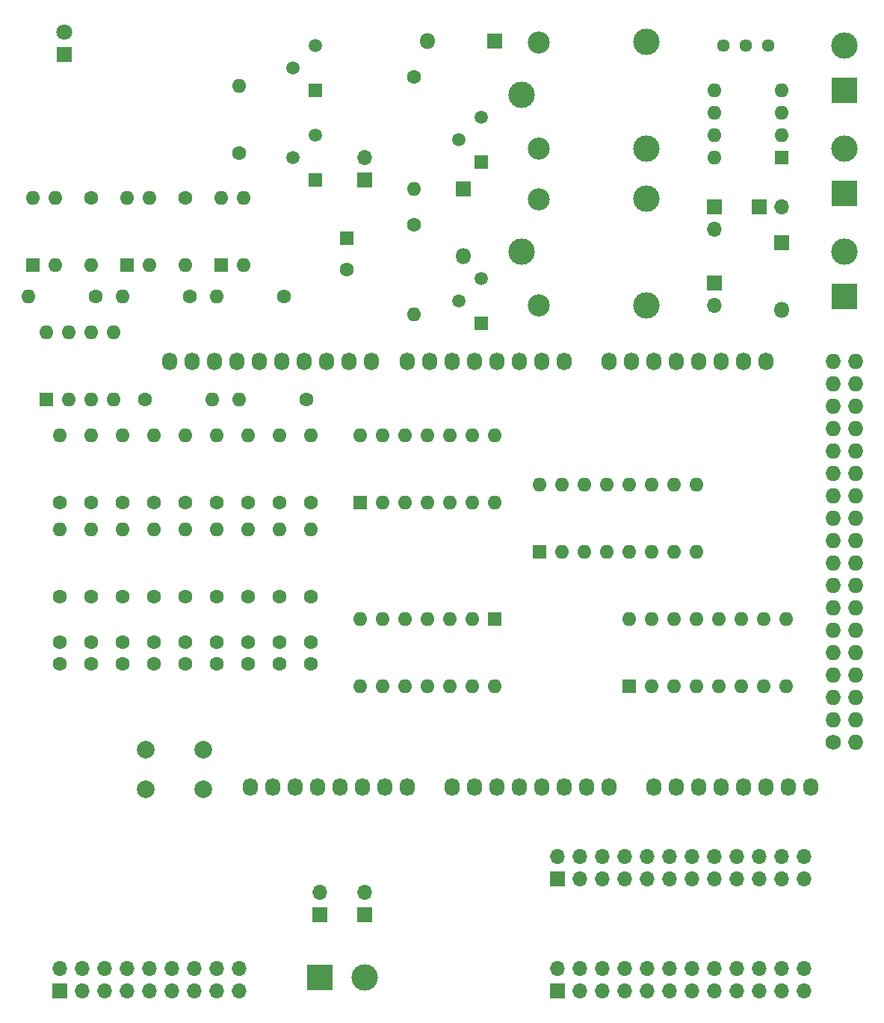
<source format=gbr>
G04 #@! TF.GenerationSoftware,KiCad,Pcbnew,5.1.5+dfsg1-2*
G04 #@! TF.CreationDate,2020-02-03T22:03:11+00:00*
G04 #@! TF.ProjectId,arduino_duo_shield,61726475-696e-46f5-9f64-756f5f736869,rev?*
G04 #@! TF.SameCoordinates,PX6258c20PY7445a00*
G04 #@! TF.FileFunction,Soldermask,Bot*
G04 #@! TF.FilePolarity,Negative*
%FSLAX46Y46*%
G04 Gerber Fmt 4.6, Leading zero omitted, Abs format (unit mm)*
G04 Created by KiCad (PCBNEW 5.1.5+dfsg1-2) date 2020-02-03 22:03:11*
%MOMM*%
%LPD*%
G04 APERTURE LIST*
%ADD10O,1.600000X1.600000*%
%ADD11R,1.600000X1.600000*%
%ADD12C,1.600000*%
%ADD13O,1.700000X1.700000*%
%ADD14R,1.700000X1.700000*%
%ADD15R,1.500000X1.500000*%
%ADD16C,1.500000*%
%ADD17C,3.000000*%
%ADD18R,3.000000X3.000000*%
%ADD19C,1.800000*%
%ADD20R,1.800000X1.800000*%
%ADD21C,2.500000*%
%ADD22C,1.440000*%
%ADD23O,1.800000X1.800000*%
%ADD24C,2.000000*%
%ADD25C,1.727200*%
%ADD26O,1.727200X1.727200*%
%ADD27O,1.727200X2.032000*%
G04 APERTURE END LIST*
D10*
X5080000Y54356000D03*
X12700000Y46736000D03*
X7620000Y54356000D03*
X10160000Y46736000D03*
X10160000Y54356000D03*
X7620000Y46736000D03*
X12700000Y54356000D03*
D11*
X5080000Y46736000D03*
D10*
X26924000Y46736000D03*
D12*
X34544000Y46736000D03*
D10*
X23876000Y46736000D03*
D12*
X16256000Y46736000D03*
D13*
X41148000Y-9144000D03*
D14*
X41148000Y-11684000D03*
D13*
X36068000Y-9144000D03*
D14*
X36068000Y-11684000D03*
D13*
X88392000Y68580000D03*
D14*
X85852000Y68580000D03*
D15*
X54356000Y55372000D03*
D16*
X54356000Y60452000D03*
X51816000Y57912000D03*
D15*
X54356000Y73660000D03*
D16*
X54356000Y78740000D03*
X51816000Y76200000D03*
D15*
X35560000Y81788000D03*
D16*
X35560000Y86868000D03*
X33020000Y84328000D03*
D15*
X35560000Y71628000D03*
D16*
X35560000Y76708000D03*
X33020000Y74168000D03*
D13*
X41148000Y74168000D03*
D14*
X41148000Y71628000D03*
D17*
X95504000Y86868000D03*
D18*
X95504000Y81788000D03*
D10*
X80772000Y74168000D03*
X88392000Y81788000D03*
X80772000Y76708000D03*
X88392000Y79248000D03*
X80772000Y79248000D03*
X88392000Y76708000D03*
X80772000Y81788000D03*
D11*
X88392000Y74168000D03*
D19*
X7112000Y88392000D03*
D20*
X7112000Y85852000D03*
D17*
X58928000Y63500000D03*
D21*
X60878000Y69450000D03*
D17*
X73128000Y69500000D03*
X73078000Y57450000D03*
D21*
X60878000Y57450000D03*
D12*
X39116000Y61524000D03*
D11*
X39116000Y65024000D03*
D10*
X14224000Y69596000D03*
X16764000Y61976000D03*
X16764000Y69596000D03*
D11*
X14224000Y61976000D03*
D10*
X3556000Y69596000D03*
X6096000Y61976000D03*
X6096000Y69596000D03*
D11*
X3556000Y61976000D03*
D10*
X24892000Y69596000D03*
X27432000Y61976000D03*
X27432000Y69596000D03*
D11*
X24892000Y61976000D03*
D22*
X86868000Y86868000D03*
X84328000Y86868000D03*
X81788000Y86868000D03*
D10*
X27940000Y32004000D03*
D12*
X27940000Y24384000D03*
D10*
X27940000Y42672000D03*
D12*
X27940000Y35052000D03*
D10*
X31496000Y32004000D03*
D12*
X31496000Y24384000D03*
D10*
X31496000Y42672000D03*
D12*
X31496000Y35052000D03*
D10*
X20828000Y61976000D03*
D12*
X20828000Y69596000D03*
D10*
X10160000Y61976000D03*
D12*
X10160000Y69596000D03*
D10*
X13716000Y58420000D03*
D12*
X21336000Y58420000D03*
D10*
X46736000Y70612000D03*
D12*
X46736000Y83312000D03*
D10*
X3048000Y58420000D03*
D12*
X10668000Y58420000D03*
D10*
X26924000Y82296000D03*
D12*
X26924000Y74676000D03*
D10*
X35052000Y32004000D03*
D12*
X35052000Y24384000D03*
D10*
X35052000Y42672000D03*
D12*
X35052000Y35052000D03*
D10*
X24384000Y58420000D03*
D12*
X32004000Y58420000D03*
D10*
X6604000Y32004000D03*
D12*
X6604000Y24384000D03*
D10*
X6604000Y42672000D03*
D12*
X6604000Y35052000D03*
D10*
X10160000Y32004000D03*
D12*
X10160000Y24384000D03*
D10*
X10160000Y42672000D03*
D12*
X10160000Y35052000D03*
D10*
X13716000Y32004000D03*
D12*
X13716000Y24384000D03*
D10*
X13716000Y42672000D03*
D12*
X13716000Y35052000D03*
D10*
X17272000Y32004000D03*
D12*
X17272000Y24384000D03*
D10*
X17272000Y42672000D03*
D12*
X17272000Y35052000D03*
D10*
X20828000Y32004000D03*
D12*
X20828000Y24384000D03*
D10*
X20828000Y42672000D03*
D12*
X20828000Y35052000D03*
D10*
X24384000Y32004000D03*
D12*
X24384000Y24384000D03*
D10*
X24384000Y42672000D03*
D12*
X24384000Y35052000D03*
D10*
X46736000Y56388000D03*
D12*
X46736000Y66548000D03*
D17*
X58928000Y81280000D03*
D21*
X60878000Y87230000D03*
D17*
X73128000Y87280000D03*
X73078000Y75230000D03*
D21*
X60878000Y75230000D03*
D13*
X80772000Y66040000D03*
D14*
X80772000Y68580000D03*
D13*
X80772000Y57404000D03*
D14*
X80772000Y59944000D03*
D13*
X90932000Y-17780000D03*
X90932000Y-20320000D03*
X88392000Y-17780000D03*
X88392000Y-20320000D03*
X85852000Y-17780000D03*
X85852000Y-20320000D03*
X83312000Y-17780000D03*
X83312000Y-20320000D03*
X80772000Y-17780000D03*
X80772000Y-20320000D03*
X78232000Y-17780000D03*
X78232000Y-20320000D03*
X75692000Y-17780000D03*
X75692000Y-20320000D03*
X73152000Y-17780000D03*
X73152000Y-20320000D03*
X70612000Y-17780000D03*
X70612000Y-20320000D03*
X68072000Y-17780000D03*
X68072000Y-20320000D03*
X65532000Y-17780000D03*
X65532000Y-20320000D03*
X62992000Y-17780000D03*
D14*
X62992000Y-20320000D03*
D17*
X95504000Y63500000D03*
D18*
X95504000Y58420000D03*
D17*
X95504000Y75184000D03*
D18*
X95504000Y70104000D03*
D13*
X26924000Y-17780000D03*
X26924000Y-20320000D03*
X24384000Y-17780000D03*
X24384000Y-20320000D03*
X21844000Y-17780000D03*
X21844000Y-20320000D03*
X19304000Y-17780000D03*
X19304000Y-20320000D03*
X16764000Y-17780000D03*
X16764000Y-20320000D03*
X14224000Y-17780000D03*
X14224000Y-20320000D03*
X11684000Y-17780000D03*
X11684000Y-20320000D03*
X9144000Y-17780000D03*
X9144000Y-20320000D03*
X6604000Y-17780000D03*
D14*
X6604000Y-20320000D03*
D17*
X41148000Y-18796000D03*
D18*
X36068000Y-18796000D03*
D23*
X88392000Y56896000D03*
D20*
X88392000Y64516000D03*
X52324000Y70612000D03*
D23*
X52324000Y62992000D03*
D20*
X55880000Y87376000D03*
D23*
X48260000Y87376000D03*
D12*
X27940000Y19264000D03*
X27940000Y16764000D03*
X31496000Y19264000D03*
X31496000Y16764000D03*
X35052000Y19264000D03*
X35052000Y16764000D03*
X6604000Y19264000D03*
X6604000Y16764000D03*
X10160000Y19264000D03*
X10160000Y16764000D03*
X13716000Y19264000D03*
X13716000Y16764000D03*
X17272000Y19264000D03*
X17272000Y16764000D03*
X20828000Y19264000D03*
X20828000Y16764000D03*
X24384000Y19264000D03*
X24384000Y16764000D03*
D24*
X16360000Y2540000D03*
X16360000Y7040000D03*
X22860000Y2540000D03*
X22860000Y7040000D03*
D10*
X60960000Y37084000D03*
X78740000Y29464000D03*
X63500000Y37084000D03*
X76200000Y29464000D03*
X66040000Y37084000D03*
X73660000Y29464000D03*
X68580000Y37084000D03*
X71120000Y29464000D03*
X71120000Y37084000D03*
X68580000Y29464000D03*
X73660000Y37084000D03*
X66040000Y29464000D03*
X76200000Y37084000D03*
X63500000Y29464000D03*
X78740000Y37084000D03*
D11*
X60960000Y29464000D03*
D10*
X71120000Y21844000D03*
X88900000Y14224000D03*
X73660000Y21844000D03*
X86360000Y14224000D03*
X76200000Y21844000D03*
X83820000Y14224000D03*
X78740000Y21844000D03*
X81280000Y14224000D03*
X81280000Y21844000D03*
X78740000Y14224000D03*
X83820000Y21844000D03*
X76200000Y14224000D03*
X86360000Y21844000D03*
X73660000Y14224000D03*
X88900000Y21844000D03*
D11*
X71120000Y14224000D03*
D10*
X40640000Y42672000D03*
X55880000Y35052000D03*
X43180000Y42672000D03*
X53340000Y35052000D03*
X45720000Y42672000D03*
X50800000Y35052000D03*
X48260000Y42672000D03*
X48260000Y35052000D03*
X50800000Y42672000D03*
X45720000Y35052000D03*
X53340000Y42672000D03*
X43180000Y35052000D03*
X55880000Y42672000D03*
D11*
X40640000Y35052000D03*
D10*
X55880000Y14224000D03*
X40640000Y21844000D03*
X53340000Y14224000D03*
X43180000Y21844000D03*
X50800000Y14224000D03*
X45720000Y21844000D03*
X48260000Y14224000D03*
X48260000Y21844000D03*
X45720000Y14224000D03*
X50800000Y21844000D03*
X43180000Y14224000D03*
X53340000Y21844000D03*
X40640000Y14224000D03*
D11*
X55880000Y21844000D03*
D13*
X90932000Y-5080000D03*
X90932000Y-7620000D03*
X88392000Y-5080000D03*
X88392000Y-7620000D03*
X85852000Y-5080000D03*
X85852000Y-7620000D03*
X83312000Y-5080000D03*
X83312000Y-7620000D03*
X80772000Y-5080000D03*
X80772000Y-7620000D03*
X78232000Y-5080000D03*
X78232000Y-7620000D03*
X75692000Y-5080000D03*
X75692000Y-7620000D03*
X73152000Y-5080000D03*
X73152000Y-7620000D03*
X70612000Y-5080000D03*
X70612000Y-7620000D03*
X68072000Y-5080000D03*
X68072000Y-7620000D03*
X65532000Y-5080000D03*
X65532000Y-7620000D03*
X62992000Y-5080000D03*
D14*
X62992000Y-7620000D03*
D25*
X94234000Y7874000D03*
D26*
X96774000Y7874000D03*
X94234000Y10414000D03*
X96774000Y10414000D03*
X94234000Y12954000D03*
X96774000Y12954000D03*
X94234000Y15494000D03*
X96774000Y15494000D03*
X94234000Y18034000D03*
X96774000Y18034000D03*
X94234000Y20574000D03*
X96774000Y20574000D03*
X94234000Y23114000D03*
X96774000Y23114000D03*
X94234000Y25654000D03*
X96774000Y25654000D03*
X94234000Y28194000D03*
X96774000Y28194000D03*
X94234000Y30734000D03*
X96774000Y30734000D03*
X94234000Y33274000D03*
X96774000Y33274000D03*
X94234000Y35814000D03*
X96774000Y35814000D03*
X94234000Y38354000D03*
X96774000Y38354000D03*
X94234000Y40894000D03*
X96774000Y40894000D03*
X94234000Y43434000D03*
X96774000Y43434000D03*
X94234000Y45974000D03*
X96774000Y45974000D03*
X94234000Y48514000D03*
X96774000Y48514000D03*
X94234000Y51054000D03*
X96774000Y51054000D03*
D27*
X28194000Y2794000D03*
X30734000Y2794000D03*
X33274000Y2794000D03*
X35814000Y2794000D03*
X38354000Y2794000D03*
X40894000Y2794000D03*
X43434000Y2794000D03*
X45974000Y2794000D03*
X51054000Y2794000D03*
X53594000Y2794000D03*
X56134000Y2794000D03*
X58674000Y2794000D03*
X61214000Y2794000D03*
X63754000Y2794000D03*
X66294000Y2794000D03*
X68834000Y2794000D03*
X73914000Y2794000D03*
X76454000Y2794000D03*
X78994000Y2794000D03*
X81534000Y2794000D03*
X84074000Y2794000D03*
X86614000Y2794000D03*
X89154000Y2794000D03*
X91694000Y2794000D03*
X19050000Y51054000D03*
X21590000Y51054000D03*
X24130000Y51054000D03*
X26670000Y51054000D03*
X29210000Y51054000D03*
X31750000Y51054000D03*
X34290000Y51054000D03*
X36830000Y51054000D03*
X39370000Y51054000D03*
X41910000Y51054000D03*
X45974000Y51054000D03*
X48514000Y51054000D03*
X51054000Y51054000D03*
X53594000Y51054000D03*
X56134000Y51054000D03*
X58674000Y51054000D03*
X61214000Y51054000D03*
X63754000Y51054000D03*
X68834000Y51054000D03*
X71374000Y51054000D03*
X73914000Y51054000D03*
X76454000Y51054000D03*
X78994000Y51054000D03*
X81534000Y51054000D03*
X84074000Y51054000D03*
X86614000Y51054000D03*
M02*

</source>
